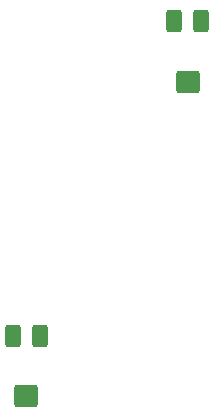
<source format=gbr>
%TF.GenerationSoftware,KiCad,Pcbnew,9.0.6*%
%TF.CreationDate,2025-11-20T09:41:42+01:00*%
%TF.ProjectId,Th-555-biondo,54682d35-3535-42d6-9269-6f6e646f2e6b,rev?*%
%TF.SameCoordinates,Original*%
%TF.FileFunction,Paste,Top*%
%TF.FilePolarity,Positive*%
%FSLAX46Y46*%
G04 Gerber Fmt 4.6, Leading zero omitted, Abs format (unit mm)*
G04 Created by KiCad (PCBNEW 9.0.6) date 2025-11-20 09:41:42*
%MOMM*%
%LPD*%
G01*
G04 APERTURE LIST*
G04 Aperture macros list*
%AMRoundRect*
0 Rectangle with rounded corners*
0 $1 Rounding radius*
0 $2 $3 $4 $5 $6 $7 $8 $9 X,Y pos of 4 corners*
0 Add a 4 corners polygon primitive as box body*
4,1,4,$2,$3,$4,$5,$6,$7,$8,$9,$2,$3,0*
0 Add four circle primitives for the rounded corners*
1,1,$1+$1,$2,$3*
1,1,$1+$1,$4,$5*
1,1,$1+$1,$6,$7*
1,1,$1+$1,$8,$9*
0 Add four rect primitives between the rounded corners*
20,1,$1+$1,$2,$3,$4,$5,0*
20,1,$1+$1,$4,$5,$6,$7,0*
20,1,$1+$1,$6,$7,$8,$9,0*
20,1,$1+$1,$8,$9,$2,$3,0*%
G04 Aperture macros list end*
%ADD10RoundRect,0.250000X-0.400000X-0.700000X0.400000X-0.700000X0.400000X0.700000X-0.400000X0.700000X0*%
%ADD11RoundRect,0.250000X-0.750000X-0.700000X0.750000X-0.700000X0.750000X0.700000X-0.750000X0.700000X0*%
G04 APERTURE END LIST*
D10*
%TO.C,RV4*%
X190820000Y-64810000D03*
D11*
X189670000Y-69910000D03*
D10*
X188520000Y-64810000D03*
%TD*%
%TO.C,RV15*%
X177160000Y-91410000D03*
D11*
X176010000Y-96510000D03*
D10*
X174860000Y-91410000D03*
%TD*%
M02*

</source>
